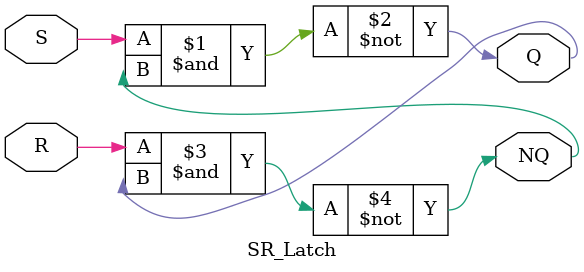
<source format=v>
module SR_Latch (R,S,Q, NQ);
	input R, S;
	output Q, NQ;
	assign Q = ~( S & NQ); // S (SET) is active low
	assign NQ = ~(R & Q); // R (RESET) is active low
	
endmodule 
</source>
